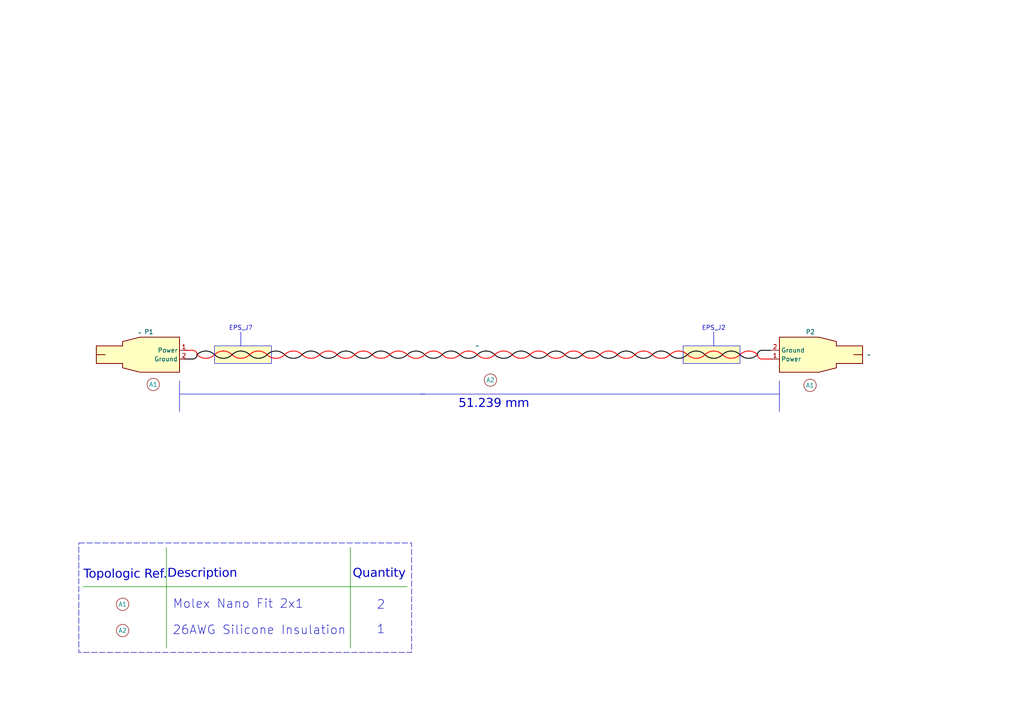
<source format=kicad_sch>
(kicad_sch (version 20231120) (generator "eeschema") (generator_version "8.0")
  (paper "A4")
  (title_block (title "CAMERA_9V_GND/CAMERA_9V_PWR"))
  (lib_symbols
    (symbol "Molex_Nano_Fit_2x1_1"
      (property "Reference" "J" (at -6.35 7.366 0))
      (symbol "Molex_Nano_Fit_2x1_1_0_1"
        (polyline (pts (xy 8.89 10.16) (xy 8.89 10.16)))
        (polyline (pts (xy -3.81 8.89) (xy 6.35 8.89) (xy 6.35 -2.54) (xy 5.08 -7.62) (xy 3.81 -7.62) (xy 3.81 -15.24) (xy 1.27 -15.24) (xy 1.27 -12.7) (xy 1.27 -12.7) (xy 1.27 -15.24) (xy -1.27 -15.24) (xy -1.27 -7.62) (xy -2.54 -7.62) (xy -3.81 -2.54) (xy -3.81 8.89)) (stroke (width 0.254)) (fill (type color) (color 255 255 194 1)))
      )
      (symbol "Molex_Nano_Fit_2x1_1_1_1"
        (pin input line (at 0 11.43 270) (length 2.54) (name "Power") (number "1"))
        (pin input line (at 2.54 11.43 270) (length 2.54) (name "Ground") (number "2"))
      )
    )
    (symbol "connectors:Molex_Nano_Fit_2x1"
      (property "Reference" "J" (at -6.35 7.366 0))
      (symbol "Molex_Nano_Fit_2x1_0_1"
        (polyline (pts (xy 8.89 10.16) (xy 8.89 10.16)))
        (polyline (pts (xy -3.81 8.89) (xy 6.35 8.89) (xy 6.35 -2.54) (xy 5.08 -7.62) (xy 3.81 -7.62) (xy 3.81 -15.24) (xy 1.27 -15.24) (xy 1.27 -12.7) (xy 1.27 -12.7) (xy 1.27 -15.24) (xy -1.27 -15.24) (xy -1.27 -7.62) (xy -2.54 -7.62) (xy -3.81 -2.54) (xy -3.81 8.89)) (stroke (width 0.254)) (fill (type color) (color 255 255 194 1)))
      )
      (symbol "Molex_Nano_Fit_2x1_1_1"
        (pin input line (at 0 11.43 270) (length 2.54) (name "Power") (number "1"))
        (pin input line (at 2.54 11.43 270) (length 2.54) (name "Ground") (number "2"))
      )
    )
    (symbol "connectors:Twisted_Cable"
      (property "Value" "~" (at 73.66 2.54 0))
      (symbol "Twisted_Cable_0_1"
        (arc (start -8.8899 -1.2701) (mid -7.9919 -0.8981) (end -7.6199 -0.0001) (stroke (width 0.254) (color 0 0 0 1)))
        (arc (start -7.62 0) (mid -7.992 0.898) (end -8.89 1.27) (stroke (width 0.254) (color 255 0 0 1)))
        (arc (start -7.62 0) (mid -5.08 -1.0521) (end -2.54 0) (stroke (width 0.254) (color 255 0 0 1)))
        (arc (start -2.54 0) (mid -5.08 1.0521) (end -7.62 0) (stroke (width 0.254) (color 0 0 0 1)))
        (arc (start -2.54 0) (mid 0 -1.0521) (end 2.54 0) (stroke (width 0.254) (color 0 0 0 1)))
        (polyline (pts (xy -8.89 -1.27) (xy -11.43 -1.27)) (stroke (width 0.254) (color 0 0 0 1)))
        (polyline (pts (xy -8.89 -1.27) (xy -8.89 -1.27)))
        (polyline (pts (xy -8.89 1.27) (xy -11.43 1.27)) (stroke (width 0.254) (color 255 0 0 1)))
        (polyline (pts (xy 156.21 -1.27) (xy 158.75 -1.27)) (stroke (width 0.254) (color 255 0 0 1)))
        (polyline (pts (xy 156.21 1.27) (xy 158.75 1.27)) (stroke (width 0.254) (color 0 0 0 1)))
        (arc (start 0 1.27) (mid 0 1.27) (end 0 1.27))
        (arc (start 2.54 0) (mid 0 1.0521) (end -2.54 0) (stroke (width 0.254) (color 255 0 0 1)))
        (arc (start 2.54 0) (mid 2.54 0) (end 2.54 0))
        (arc (start 2.54 0) (mid 5.08 -1.0521) (end 7.62 0) (stroke (width 0.254) (color 255 0 0 1)))
        (arc (start 7.62 0) (mid 5.08 1.0521) (end 2.54 0) (stroke (width 0.254) (color 0 0 0 1)))
        (arc (start 7.62 0) (mid 7.62 0) (end 7.62 0))
        (arc (start 7.62 0) (mid 10.16 -1.0521) (end 12.7 0) (stroke (width 0.254) (color 0 0 0 1)))
        (arc (start 12.7 0) (mid 10.16 1.0521) (end 7.62 0) (stroke (width 0.254) (color 255 0 0 1)))
        (arc (start 12.7 0) (mid 15.24 -1.0521) (end 17.78 0) (stroke (width 0.254) (color 255 0 0 1)))
        (arc (start 17.78 0) (mid 15.24 1.0521) (end 12.7 0) (stroke (width 0.254) (color 0 0 0 1)))
        (arc (start 17.78 0) (mid 17.78 0) (end 17.78 0))
        (arc (start 17.78 0) (mid 20.32 -1.0521) (end 22.86 0) (stroke (width 0.254) (color 0 0 0 1)))
        (arc (start 22.86 0) (mid 20.32 1.0521) (end 17.78 0) (stroke (width 0.254) (color 255 0 0 1)))
        (arc (start 22.86 0) (mid 25.4 -1.0521) (end 27.94 0) (stroke (width 0.254) (color 255 0 0 1)))
        (arc (start 27.94 0) (mid 25.4 1.0521) (end 22.86 0) (stroke (width 0.254) (color 0 0 0 1)))
        (arc (start 27.94 0) (mid 27.94 0) (end 27.94 0))
        (arc (start 27.94 0) (mid 30.48 -1.0521) (end 33.02 0) (stroke (width 0.254) (color 0 0 0 1)))
        (arc (start 33.02 0) (mid 30.48 1.0521) (end 27.94 0) (stroke (width 0.254) (color 255 0 0 1)))
        (arc (start 33.02 0) (mid 35.56 -1.0521) (end 38.1 0) (stroke (width 0.254) (color 255 0 0 1)))
        (arc (start 38.1 0) (mid 35.56 1.0521) (end 33.02 0) (stroke (width 0.254) (color 0 0 0 1)))
        (arc (start 38.1 0) (mid 38.1 0) (end 38.1 0))
        (arc (start 38.1 0) (mid 40.64 -1.0521) (end 43.18 0) (stroke (width 0.254) (color 0 0 0 1)))
        (arc (start 43.18 0) (mid 40.64 1.0521) (end 38.1 0) (stroke (width 0.254) (color 255 0 0 1)))
        (arc (start 43.18 0) (mid 45.72 -1.0521) (end 48.26 0) (stroke (width 0.254) (color 255 0 0 1)))
        (arc (start 48.26 0) (mid 45.72 1.0521) (end 43.18 0) (stroke (width 0.254) (color 0 0 0 1)))
        (arc (start 48.26 0) (mid 48.26 0) (end 48.26 0))
        (arc (start 48.26 0) (mid 50.8 -1.0521) (end 53.34 0) (stroke (width 0.254) (color 0 0 0 1)))
        (arc (start 53.34 0) (mid 50.8 1.0521) (end 48.26 0) (stroke (width 0.254) (color 255 0 0 1)))
        (arc (start 53.34 0) (mid 55.88 -1.0521) (end 58.42 0) (stroke (width 0.254) (color 255 0 0 1)))
        (arc (start 58.42 0) (mid 55.88 1.0521) (end 53.34 0) (stroke (width 0.254) (color 0 0 0 1)))
        (arc (start 58.42 0) (mid 58.42 0) (end 58.42 0))
        (arc (start 58.42 0) (mid 60.96 -1.0521) (end 63.5 0) (stroke (width 0.254) (color 0 0 0 1)))
        (arc (start 63.5 0) (mid 60.96 1.0521) (end 58.42 0) (stroke (width 0.254) (color 255 0 0 1)))
        (arc (start 63.5 0) (mid 66.04 -1.0521) (end 68.58 0) (stroke (width 0.254) (color 255 0 0 1)))
        (arc (start 68.58 0) (mid 66.04 1.0521) (end 63.5 0) (stroke (width 0.254) (color 0 0 0 1)))
        (arc (start 68.58 0) (mid 68.58 0) (end 68.58 0))
        (arc (start 68.58 0) (mid 71.12 -1.0521) (end 73.66 0) (stroke (width 0.254) (color 0 0 0 1)))
        (arc (start 73.66 0) (mid 71.12 1.0521) (end 68.58 0) (stroke (width 0.254) (color 255 0 0 1)))
        (arc (start 73.66 0) (mid 76.2 -1.0521) (end 78.74 0) (stroke (width 0.254) (color 255 0 0 1)))
        (arc (start 78.74 0) (mid 76.2 1.0521) (end 73.66 0) (stroke (width 0.254) (color 0 0 0 1)))
        (arc (start 78.74 0) (mid 78.74 0) (end 78.74 0))
        (arc (start 78.74 0) (mid 81.28 -1.0521) (end 83.82 0) (stroke (width 0.254) (color 0 0 0 1)))
        (arc (start 83.82 0) (mid 81.28 1.0521) (end 78.74 0) (stroke (width 0.254) (color 255 0 0 1)))
        (arc (start 83.82 0) (mid 86.36 -1.0521) (end 88.9 0) (stroke (width 0.254) (color 255 0 0 1)))
        (arc (start 88.9 0) (mid 86.36 1.0521) (end 83.82 0) (stroke (width 0.254) (color 0 0 0 1)))
        (arc (start 88.9 0) (mid 88.9 0) (end 88.9 0))
        (arc (start 88.9 0) (mid 91.44 -1.0521) (end 93.98 0) (stroke (width 0.254) (color 0 0 0 1)))
        (arc (start 93.98 0) (mid 91.44 1.0521) (end 88.9 0) (stroke (width 0.254) (color 255 0 0 1)))
        (arc (start 93.98 0) (mid 96.52 -1.0521) (end 99.06 0) (stroke (width 0.254) (color 255 0 0 1)))
        (arc (start 99.06 0) (mid 96.52 1.0521) (end 93.98 0) (stroke (width 0.254) (color 0 0 0 1)))
        (arc (start 99.06 0) (mid 99.06 0) (end 99.06 0))
        (arc (start 99.06 0) (mid 101.6 -1.0521) (end 104.14 0) (stroke (width 0.254) (color 0 0 0 1)))
        (arc (start 104.14 0) (mid 101.6 1.0521) (end 99.06 0) (stroke (width 0.254) (color 255 0 0 1)))
        (arc (start 104.14 0) (mid 106.68 -1.0521) (end 109.22 0) (stroke (width 0.254) (color 255 0 0 1)))
        (arc (start 109.22 0) (mid 106.68 1.0521) (end 104.14 0) (stroke (width 0.254) (color 0 0 0 1)))
        (arc (start 109.22 0) (mid 109.22 0) (end 109.22 0))
        (arc (start 109.22 0) (mid 111.76 -1.0521) (end 114.3 0) (stroke (width 0.254) (color 0 0 0 1)))
        (arc (start 114.3 0) (mid 111.76 1.0521) (end 109.22 0) (stroke (width 0.254) (color 255 0 0 1)))
        (arc (start 114.3 0) (mid 116.84 -1.0521) (end 119.38 0) (stroke (width 0.254) (color 255 0 0 1)))
        (arc (start 119.38 0) (mid 116.84 1.0521) (end 114.3 0) (stroke (width 0.254) (color 0 0 0 1)))
        (arc (start 119.38 0) (mid 119.38 0) (end 119.38 0))
        (arc (start 119.38 0) (mid 121.92 -1.0521) (end 124.46 0) (stroke (width 0.254) (color 0 0 0 1)))
        (arc (start 124.46 0) (mid 121.92 1.0521) (end 119.38 0) (stroke (width 0.254) (color 255 0 0 1)))
        (arc (start 124.46 0) (mid 127 -1.0521) (end 129.54 0) (stroke (width 0.254) (color 255 0 0 1)))
        (arc (start 129.54 0) (mid 127 1.0521) (end 124.46 0) (stroke (width 0.254) (color 0 0 0 1)))
        (arc (start 129.54 0) (mid 129.54 0) (end 129.54 0))
        (arc (start 129.54 0) (mid 132.08 -1.0521) (end 134.62 0) (stroke (width 0.254) (color 0 0 0 1)))
        (arc (start 134.62 0) (mid 132.08 1.0521) (end 129.54 0) (stroke (width 0.254) (color 255 0 0 1)))
        (arc (start 134.62 0) (mid 137.16 -1.0521) (end 139.7 0) (stroke (width 0.254) (color 255 0 0 1)))
        (arc (start 139.7 0) (mid 137.16 1.0521) (end 134.62 0) (stroke (width 0.254) (color 0 0 0 1)))
        (arc (start 139.7 0) (mid 139.7 0) (end 139.7 0))
        (arc (start 139.7 0) (mid 142.24 -1.0521) (end 144.78 0) (stroke (width 0.254) (color 0 0 0 1)))
        (arc (start 144.78 0) (mid 142.24 1.0521) (end 139.7 0) (stroke (width 0.254) (color 255 0 0 1)))
        (arc (start 144.78 0) (mid 147.32 -1.0521) (end 149.86 0) (stroke (width 0.254) (color 255 0 0 1)))
        (arc (start 149.86 0) (mid 147.32 1.0521) (end 144.78 0) (stroke (width 0.254) (color 0 0 0 1)))
        (arc (start 149.86 0) (mid 149.86 0) (end 149.86 0))
        (arc (start 149.86 0) (mid 152.4 -1.0521) (end 154.94 0) (stroke (width 0.254) (color 0 0 0 1)))
        (arc (start 154.94 0) (mid 152.4 1.0521) (end 149.86 0) (stroke (width 0.254) (color 255 0 0 1)))
        (arc (start 154.94 0) (mid 155.312 -0.898) (end 156.21 -1.27) (stroke (width 0.254) (color 255 0 0 1)))
        (arc (start 156.21 1.27) (mid 155.312 0.898) (end 154.94 0) (stroke (width 0.254) (color 0 0 0 1)))
      )
    )
  )
  (polyline (pts (xy 226.06 110.49) (xy 226.06 119.38)))
  (polyline (pts (xy 69.85 96.266) (xy 69.85 100.33)))
  (polyline (pts (xy 121.92 114.3) (xy 123.19 114.3)))
  (wire (pts (xy 24.13 170.18) (xy 118.11 170.18)))
  (wire (pts (xy 101.6 158.75) (xy 101.6 187.96)))
  (polyline (pts (xy 52.07 110.49) (xy 52.07 119.38)))
  (polyline (pts (xy 52.07 114.3) (xy 226.06 114.3)))
  (polyline (pts (xy 207.01 96.266) (xy 207.01 100.33)))
  (wire (pts (xy 48.26 158.75) (xy 48.26 187.96)))
  (rectangle (start 22.86 157.48) (end 119.38 189.23) (stroke (width 0) (type dash)))
  (rectangle (start 62.23 100.33) (end 78.74 105.41) (fill (type color) (color 255 255 194 1)))
  (circle (center 142.24 110.236) (radius 1.7961) (stroke (width 0) (color 132 0 0 1)))
  (circle (center 35.56 182.88) (radius 1.7961) (stroke (width 0) (color 132 0 0 1)))
  (circle (center 234.95 111.76) (radius 1.7961) (stroke (width 0) (color 132 0 0 1)))
  (circle (center 35.56 175.26) (radius 1.7961) (stroke (width 0) (color 132 0 0 1)))
  (rectangle (start 198.12 100.33) (end 214.63 105.41) (fill (type color) (color 255 255 194 1)))
  (circle (center 44.45 111.506) (radius 1.7961) (stroke (width 0) (color 132 0 0 1)))
  (text "A1" (at 234.95 112.014 0) (effects (font (size 1.27 1.27))))
  (text "Description" (at 58.674 167.132 0) (effects (font (size 2.54 2.54))))
  (text "Quantity" (at 109.982 167.132 0) (effects (font (size 2.54 2.54))))
  (text "A1" (at 44.45 111.76 0) (effects (font (size 1.27 1.27))))
  (text "A1" (at 35.56 175.514 0) (effects (font (size 1.27 1.27))))
  (text "A2\n" (at 142.24 110.49 0) (effects (font (size 1.27 1.27))))
  (text "2" (at 110.49 175.514 0) (effects (font (size 2.54 2.54))))
  (text "EPS_J7" (at 69.85 95.25 0) (effects (font (size 1.27 1.27))))
  (text "A2\n" (at 35.56 183.134 0) (effects (font (size 1.27 1.27))))
  (text "1" (at 110.49 182.626 0) (effects (font (size 2.54 2.54))))
  (text "51.239 mm" (at 143.256 117.856 0) (effects (font (size 2.54 2.54))))
  (text "Topologic Ref." (at 36.322 167.386 0) (effects (font (size 2.54 2.54))))
  (text "Molex Nano Fit 2x1" (at 69.088 175.26 0) (effects (font (size 2.54 2.54))))
  (text "26AWG Silicone Insulation" (at 75.184 182.88 0) (effects (font (size 2.54 2.54))))
  (text "EPS_J2" (at 207.01 95.25 0) (effects (font (size 1.27 1.27))))
  (symbol (lib_id "connectors:Molex_Nano_Fit_2x1") (at 234.95 104.14 90) (unit 1)
    (property "Reference" "P2" (at 233.68 96.266 90) (effects (justify right)))
    (property "Value" "~" (at 251.46 102.9335 90) (effects (justify right)))
  )
  (symbol (lib_name "Molex_Nano_Fit_2x1_1") (lib_id "connectors:Molex_Nano_Fit_2x1") (at 43.18 101.6 270) (unit 1)
    (property "Reference" "P1" (at 43.18 96.266 90))
    (property "Value" "~" (at 40.5765 96.52 90))
  )
  (symbol (lib_id "connectors:Twisted_Cable") (at 64.77 102.87 0) (unit 1)
    (property "Reference" "U1" (effects (hide yes)))
    (property "Value" "~" (at 138.43 100.33 0))
  )
)
</source>
